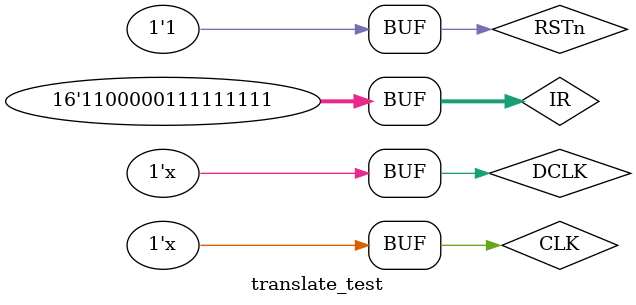
<source format=v>
`timescale 1ns / 1ps


module translate_test;

	// Inputs
	reg CLK;
	reg RSTn;
	reg [15:0] IR;
	reg DCLK;

	// Instantiate the Unit Under Test (UUT)
	top_module uut (
		.CLK(CLK), 
		.RSTn(RSTn), 
		.IR(IR),
		.DCLK(DCLK)
	);

	initial begin
		// Initialize Inputs
		CLK = 0;
		DCLK = 0; 
		RSTn = 0;
		IR = 0;

		// Wait 100 ns for global reset to finish
		#100;
		RSTn=1;
		#10 IR=16'b1100_0001_1111_1111;		
        
		// Add stimulus here

	end
    
	always begin
		#2 CLK=~CLK;
	end
	
	always begin
		#20 DCLK=~DCLK;
	end
	
endmodule


</source>
